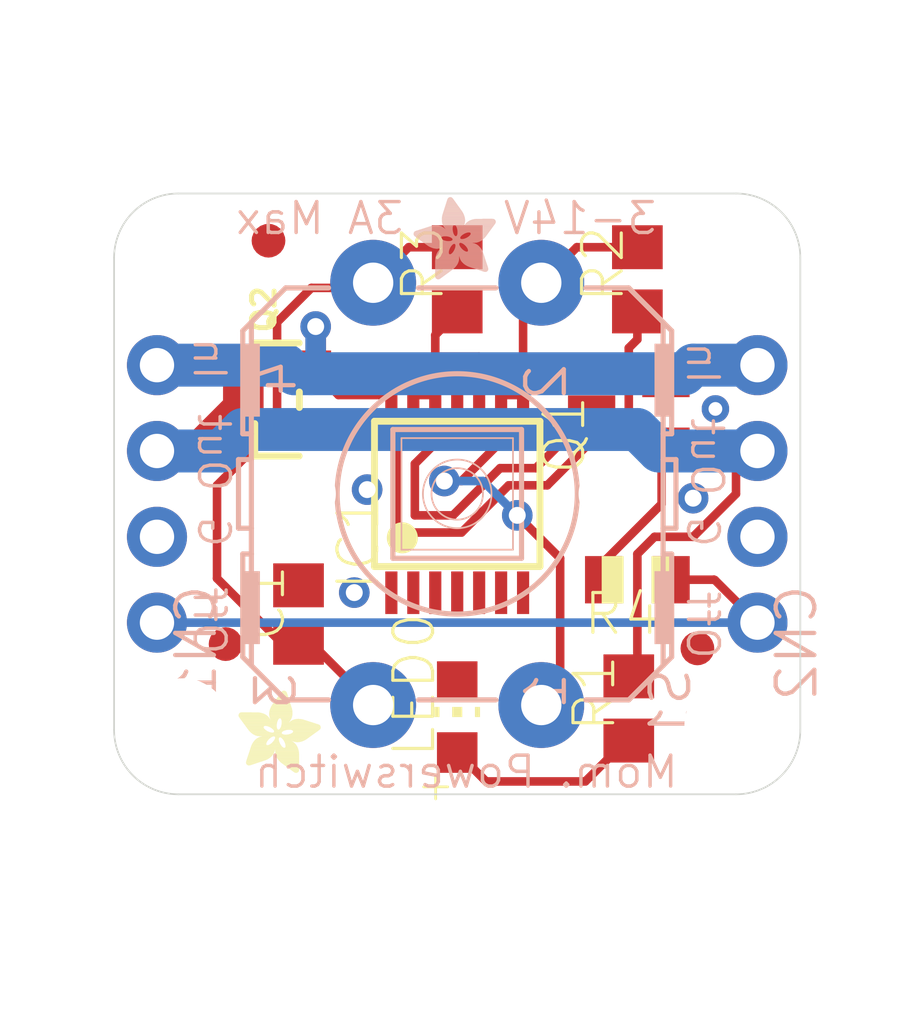
<source format=kicad_pcb>
(kicad_pcb (version 20211014) (generator pcbnew)
  (layers (0 "F.Cu" signal) (31 "B.Cu" signal) (34 "B.Paste" user) (35 "F.Paste" user) (36 "B.SilkS" user "B.Silkscreen") (37 "F.SilkS" user "F.Silkscreen") (38 "B.Mask" user) (39 "F.Mask" user) (44 "Edge.Cuts" user))
  (net 0 "")
  (net 1 "+18V")
  (net 2 "GND")
  (net 3 "N$2")
  (net 4 "N$3")
  (net 5 "GATE")
  (net 6 "N$5")
  (net 7 "N$7")
  (net 8 "N$1")
  (net 9 "KILL")
  (net 10 "OUT")
  (footprint "boardEagle:CHIP-LED0805" (layer "F.Cu") (at 148.5011 111.6076)
    (fp_text reference "LED0" (at -1.27 1.27 90) (layer "F.SilkS") (effects (font (size 1.176528 1.176528) (thickness 0.093472)) (justify left)))
    (fp_text value "RED")
    (fp_text user "+" (at -1.27 2.54) (layer "F.SilkS") (effects (font (size 0.93472 0.93472) (thickness 0.08128)) (justify left bottom)))
    (pad "A" smd rect (at 0 1.05) (size 1.2 1.2) (layers "F.Cu" "F.Paste" "F.Mask") (net 4 "N$3"))
    (pad "C" smd rect (at 0 -1.05) (size 1.2 1.2) (layers "F.Cu" "F.Paste" "F.Mask") (net 2 "GND"))
  )
  (footprint "boardEagle:FIDUCIAL_1MM" (layer "F.Cu") (at 141.6431 109.4486)
    (fp_text reference "FID3" hide)
    (fp_text value "FIDUCIAL\"\"" hide)
    (pad "1" smd roundrect (at 0 0) (size 1 1) (layers "F.Cu" "F.Mask") (roundrect_rratio 0.5))
  )
  (footprint "boardEagle:MC14093B-TSSOP14" (layer "F.Cu") (at 148.5011 105.0036)
    (fp_text reference "IC1" (at -2.925 2.925 90) (layer "F.SilkS") (effects (font (size 1.176528 1.176528) (thickness 0.093472)) (justify left)))
    (fp_text value "4093DT")
    (pad "1" smd rect (at -1.95 2.925) (size 0.36 1.26) (layers "F.Cu" "F.Paste") (net 2 "GND"))
    (pad "2" smd rect (at -1.3 2.925) (size 0.36 1.26) (layers "F.Cu" "F.Paste") (net 2 "GND"))
    (pad "3" smd rect (at -0.65 2.925) (size 0.36 1.26) (layers "F.Cu" "F.Paste"))
    (pad "4" smd rect (at 0 2.925) (size 0.36 1.26) (layers "F.Cu" "F.Paste"))
    (pad "5" smd rect (at 0.65 2.925) (size 0.36 1.26) (layers "F.Cu" "F.Paste") (net 2 "GND"))
    (pad "6" smd rect (at 1.3 2.925) (size 0.36 1.26) (layers "F.Cu" "F.Paste") (net 2 "GND"))
    (pad "7" smd rect (at 1.95 2.925) (size 0.36 1.26) (layers "F.Cu" "F.Paste") (net 2 "GND"))
    (pad "8" smd rect (at 1.95 -2.925 180) (size 0.36 1.26) (layers "F.Cu" "F.Paste") (net 7 "N$7"))
    (pad "9" smd rect (at 1.3 -2.925 180) (size 0.36 1.26) (layers "F.Cu" "F.Paste") (net 7 "N$7"))
    (pad "10" smd rect (at 0.65 -2.925 180) (size 0.36 1.26) (layers "F.Cu" "F.Paste") (net 3 "N$2"))
    (pad "11" smd rect (at 0 -2.925 180) (size 0.36 1.26) (layers "F.Cu" "F.Paste") (net 5 "GATE"))
    (pad "12" smd rect (at -0.65 -2.925 180) (size 0.36 1.26) (layers "F.Cu" "F.Paste") (net 3 "N$2"))
    (pad "13" smd rect (at -1.3 -2.925 180) (size 0.36 1.26) (layers "F.Cu" "F.Paste") (net 3 "N$2"))
    (pad "14" smd rect (at -1.95 -2.925 180) (size 0.36 1.26) (layers "F.Cu" "F.Paste") (net 1 "+18V"))
  )
  (footprint "boardEagle:SOT23-WIDE" (layer "F.Cu") (at 143.1671 102.2096 90)
    (fp_text reference "Q2" (at 1.905 0 90) (layer "F.SilkS") (effects (font (size 0.666496 0.666496) (thickness 0.146304)) (justify left bottom)))
    (fp_text value "POWER PFET")
    (pad "1" smd rect (at -0.95 1 90) (size 1 1.2) (layers "F.Cu" "F.Paste" "F.Mask") (net 5 "GATE"))
    (pad "2" smd rect (at 0.95 1 90) (size 1 1.2) (layers "F.Cu" "F.Paste" "F.Mask") (net 1 "+18V"))
    (pad "3" smd rect (at 0 -1 90) (size 1 1.2) (layers "F.Cu" "F.Paste" "F.Mask") (net 10 "OUT"))
  )
  (footprint "boardEagle:R0805" (layer "F.Cu") (at 153.8351 107.5436 180)
    (fp_text reference "R4" (at -0.762 -1.016) (layer "F.SilkS") (effects (font (size 1.176528 1.176528) (thickness 0.093472)) (justify right)))
    (fp_text value "1K")
    (pad "1" smd rect (at -1 0 180) (size 1.1 1.4) (layers "F.Cu" "F.Paste" "F.Mask") (net 9 "KILL"))
    (pad "2" smd rect (at 1 0 180) (size 1.1 1.4) (layers "F.Cu" "F.Paste" "F.Mask") (net 8 "N$1"))
  )
  (footprint "boardEagle:FIDUCIAL_1MM" (layer "F.Cu") (at 155.6131 109.5756)
    (fp_text reference "FID1" hide)
    (fp_text value "FIDUCIAL\"\"" hide)
    (pad "1" smd roundrect (at 0 0) (size 1 1) (layers "F.Cu" "F.Mask") (roundrect_rratio 0.5))
  )
  (footprint "" (layer "F.Cu") (at 156.6291 98.1456)
    (fp_text reference "@HOLE2" hide)
    (fp_text value "" (at 0 0) (layer "F.SilkS") (effects (font (size 1.27 1.27))))
    (pad "" np_thru_hole circle (at 0 0) (size 2.8 2.8) (drill 2.8) (layers *.Cu *.Mask))
  )
  (footprint "" (layer "F.Cu") (at 140.3731 98.1456)
    (fp_text reference "@HOLE0" hide)
    (fp_text value "" (at 0 0) (layer "F.SilkS") (effects (font (size 1.27 1.27))))
    (pad "" np_thru_hole circle (at 0 0) (size 2.8 2.8) (drill 2.8) (layers *.Cu *.Mask))
  )
  (footprint "boardEagle:R0805" (layer "F.Cu") (at 148.5011 98.6536 90)
    (fp_text reference "R3" (at -0.762 -1.016 90) (layer "F.SilkS") (effects (font (size 1.176528 1.176528) (thickness 0.093472)) (justify left)))
    (fp_text value "100K")
    (pad "1" smd rect (at -0.95 0 90) (size 1.3 1.5) (layers "F.Cu" "F.Paste" "F.Mask") (net 3 "N$2"))
    (pad "2" smd rect (at 0.95 0 90) (size 1.3 1.5) (layers "F.Cu" "F.Paste" "F.Mask") (net 6 "N$5"))
  )
  (footprint "" (layer "F.Cu") (at 156.6291 111.8616)
    (fp_text reference "@HOLE3" hide)
    (fp_text value "" (at 0 0) (layer "F.SilkS") (effects (font (size 1.27 1.27))))
    (pad "" np_thru_hole circle (at 0 0) (size 2.8 2.8) (drill 2.8) (layers *.Cu *.Mask))
  )
  (footprint "boardEagle:R0805" (layer "F.Cu") (at 153.5811 111.3536 90)
    (fp_text reference "R1" (at -0.762 -1.016 90) (layer "F.SilkS") (effects (font (size 1.176528 1.176528) (thickness 0.093472)) (justify left)))
    (fp_text value "1K")
    (pad "1" smd rect (at -0.95 0 90) (size 1.3 1.5) (layers "F.Cu" "F.Paste" "F.Mask") (net 4 "N$3"))
    (pad "2" smd rect (at 0.95 0 90) (size 1.3 1.5) (layers "F.Cu" "F.Paste" "F.Mask") (net 10 "OUT"))
  )
  (footprint "boardEagle:R0805" (layer "F.Cu") (at 153.8351 98.6536 90)
    (fp_text reference "R2" (at -0.762 -1.016 90) (layer "F.SilkS") (effects (font (size 1.176528 1.176528) (thickness 0.093472)) (justify left)))
    (fp_text value "100K")
    (pad "1" smd rect (at -0.95 0 90) (size 1.3 1.5) (layers "F.Cu" "F.Paste" "F.Mask") (net 5 "GATE"))
    (pad "2" smd rect (at 0.95 0 90) (size 1.3 1.5) (layers "F.Cu" "F.Paste" "F.Mask") (net 7 "N$7"))
  )
  (footprint "boardEagle:SOT23-BEC" (layer "F.Cu") (at 153.5811 102.5906 90)
    (fp_text reference "Q1" (at -1.905 -1.905 90) (layer "F.SilkS") (effects (font (size 1.176528 1.176528) (thickness 0.093472)) (justify left)))
    (fp_text value "2N2222")
    (pad "B" smd rect (at -0.95 1.1 90) (size 1 1.4) (layers "F.Cu" "F.Paste" "F.Mask") (net 8 "N$1"))
    (pad "C" smd rect (at 0 -1.1 90) (size 1 1.4) (layers "F.Cu" "F.Paste" "F.Mask") (net 3 "N$2"))
    (pad "E" smd rect (at 0.95 1.1 90) (size 1 1.4) (layers "F.Cu" "F.Paste" "F.Mask") (net 2 "GND"))
  )
  (footprint "boardEagle:FIDUCIAL_1MM" (layer "F.Cu") (at 142.9131 97.5106)
    (fp_text reference "FID2" hide)
    (fp_text value "FIDUCIAL\"\"" hide)
    (pad "1" smd roundrect (at 0 0) (size 1 1) (layers "F.Cu" "F.Mask") (roundrect_rratio 0.5))
  )
  (footprint "" (layer "F.Cu") (at 140.3731 111.8616)
    (fp_text reference "@HOLE1" hide)
    (fp_text value "" (at 0 0) (layer "F.SilkS") (effects (font (size 1.27 1.27))))
    (pad "" np_thru_hole circle (at 0 0) (size 2.8 2.8) (drill 2.8) (layers *.Cu *.Mask))
  )
  (footprint "boardEagle:ADAFRUIT_2.5MM" (layer "F.Cu") (at 142.0241 113.2586)
    (fp_text reference "U$2" hide)
    (fp_text value "" hide)
  )
  (footprint "boardEagle:C0805" (layer "F.Cu") (at 143.8021 108.5596 90)
    (fp_text reference "C1" (at -0.889 -1.016 90) (layer "F.SilkS") (effects (font (size 1.176528 1.176528) (thickness 0.093472)) (justify left)))
    (fp_text value "0.1uF")
    (pad "1" smd rect (at -0.85 0 90) (size 1.3 1.5) (layers "F.Cu" "F.Paste" "F.Mask") (net 6 "N$5"))
    (pad "2" smd rect (at 0.85 0 90) (size 1.3 1.5) (layers "F.Cu" "F.Paste" "F.Mask") (net 2 "GND"))
  )
  (footprint "boardEagle:ADAFRUIT_2.5MM" (layer "B.Cu") (at 149.6441 98.6536 180)
    (fp_text reference "U$1" hide)
    (fp_text value "" hide)
  )
  (footprint "boardEagle:1X04-CLEANBIG" (layer "B.Cu") (at 139.6111 105.0036 90)
    (fp_text reference "CN1" (at -2.6162 1.8288 270) (layer "B.SilkS") (effects (font (size 1.143 1.143) (thickness 0.127)) (justify left bottom mirror)))
    (fp_text value "1X4-CLEANBIG")
    (pad "1" thru_hole circle (at -3.81 0) (size 1.778 1.778) (drill 1.016) (layers *.Cu *.Mask) (net 9 "KILL"))
    (pad "2" thru_hole circle (at -1.27 0) (size 1.778 1.778) (drill 1.016) (layers *.Cu *.Mask) (net 2 "GND"))
    (pad "3" thru_hole circle (at 1.27 0) (size 1.778 1.778) (drill 1.016) (layers *.Cu *.Mask) (net 10 "OUT"))
    (pad "4" thru_hole circle (at 3.81 0) (size 1.778 1.778) (drill 1.016) (layers *.Cu *.Mask) (net 1 "+18V"))
  )
  (footprint "boardEagle:B3F-40XX-ROUND" (layer "B.Cu") (at 148.5011 105.0036 90)
    (fp_text reference "S1" (at -5.08 6.985 270) (layer "B.SilkS") (effects (font (size 1.143 1.143) (thickness 0.127)) (justify left bottom mirror)))
    (fp_text value "")
    (fp_text user "2" (at 3.937 3.302 270) (layer "B.SilkS") (effects (font (size 1.143 1.143) (thickness 0.127)) (justify left bottom mirror)))
    (fp_text user "4" (at 4.064 -4.699 270) (layer "B.SilkS") (effects (font (size 1.143 1.143) (thickness 0.127)) (justify left bottom mirror)))
    (fp_text user "1" (at -5.207 3.302 270) (layer "B.SilkS") (effects (font (size 1.143 1.143) (thickness 0.127)) (justify left bottom mirror)))
    (fp_text user "3" (at -5.207 -4.699 270) (layer "B.SilkS") (effects (font (size 1.143 1.143) (thickness 0.127)) (justify left bottom mirror)))
    (pad "" np_thru_hole circle (at 0 4.4958 90) (size 1.8034 1.8034) (drill 1.8034) (layers *.Cu *.Mask))
    (pad "" np_thru_hole circle (at 0 -4.4958 90) (size 1.8034 1.8034) (drill 1.8034) (layers *.Cu *.Mask))
    (pad "1" thru_hole circle (at -6.2484 2.4892 90) (size 2.54 2.54) (drill 1.1938) (layers *.Cu *.Mask) (net 7 "N$7"))
    (pad "2" thru_hole circle (at 6.2484 2.4892 90) (size 2.54 2.54) (drill 1.1938) (layers *.Cu *.Mask) (net 7 "N$7"))
    (pad "3" thru_hole circle (at -6.2484 -2.4892 90) (size 2.54 2.54) (drill 1.1938) (layers *.Cu *.Mask) (net 6 "N$5"))
    (pad "4" thru_hole circle (at 6.2484 -2.4892 90) (size 2.54 2.54) (drill 1.1938) (layers *.Cu *.Mask) (net 6 "N$5"))
  )
  (footprint "boardEagle:1X04-CLEANBIG" (layer "B.Cu") (at 157.3911 105.0036 90)
    (fp_text reference "CN2" (at -2.6162 1.8288 270) (layer "B.SilkS") (effects (font (size 1.143 1.143) (thickness 0.127)) (justify left bottom mirror)))
    (fp_text value "1X4-CLEANBIG")
    (pad "1" thru_hole circle (at -3.81 0) (size 1.778 1.778) (drill 1.016) (layers *.Cu *.Mask) (net 9 "KILL"))
    (pad "2" thru_hole circle (at -1.27 0) (size 1.778 1.778) (drill 1.016) (layers *.Cu *.Mask) (net 2 "GND"))
    (pad "3" thru_hole circle (at 1.27 0) (size 1.778 1.778) (drill 1.016) (layers *.Cu *.Mask) (net 10 "OUT"))
    (pad "4" thru_hole circle (at 3.81 0) (size 1.778 1.778) (drill 1.016) (layers *.Cu *.Mask) (net 1 "+18V"))
  )
  (gr_line (start 158.6611 98.0186) (end 158.6611 111.9886) (layer "Edge.Cuts") (width 0.05))
  (gr_line (start 140.2461 96.1136) (end 156.7561 96.1136) (layer "Edge.Cuts") (width 0.05))
  (gr_arc (start 156.7561 96.1136) (mid 158.103138 96.671562) (end 158.6611 98.0186) (layer "Edge.Cuts") (width 0.05))
  (gr_arc (start 138.3411 98.0186) (mid 138.899062 96.671562) (end 140.2461 96.1136) (layer "Edge.Cuts") (width 0.05))
  (gr_line (start 138.3411 111.9886) (end 138.3411 98.0186) (layer "Edge.Cuts") (width 0.05))
  (gr_arc (start 140.2461 113.8936) (mid 138.899062 113.335638) (end 138.3411 111.9886) (layer "Edge.Cuts") (width 0.05))
  (gr_arc (start 158.6611 111.9886) (mid 158.103138 113.335638) (end 156.7561 113.8936) (layer "Edge.Cuts") (width 0.05))
  (gr_line (start 156.7561 113.8936) (end 140.2461 113.8936) (layer "Edge.Cuts") (width 0.05))
  (gr_text "In" (at 155.2321 101.8286 -90) (layer "B.SilkS") (effects (font (size 0.9144 0.9144) (thickness 0.1016)) (justify left bottom mirror)))
  (gr_text "3A Max" (at 146.9771 97.3836) (layer "B.SilkS") (effects (font (size 0.9144 0.9144) (thickness 0.1016)) (justify left bottom mirror)))
  (gr_text "Off" (at 140.6271 109.8296 -90) (layer "B.SilkS") (effects (font (size 0.9144 0.9144) (thickness 0.1016)) (justify left bottom mirror)))
  (gr_text "Off" (at 155.2321 109.9566 -90) (layer "B.SilkS") (effects (font (size 0.9144 0.9144) (thickness 0.1016)) (justify left bottom mirror)))
  (gr_text "G" (at 140.7541 106.6546 -90) (layer "B.SilkS") (effects (font (size 0.9144 0.9144) (thickness 0.1016)) (justify left bottom mirror)))
  (gr_text "3-14V" (at 154.4701 97.3836) (layer "B.SilkS") (effects (font (size 0.9144 0.9144) (thickness 0.1016)) (justify left bottom mirror)))
  (gr_text "Out" (at 140.7541 105.0036 -90) (layer "B.SilkS") (effects (font (size 0.9144 0.9144) (thickness 0.1016)) (justify left bottom mirror)))
  (gr_text "G" (at 155.2321 106.6546 -90) (layer "B.SilkS") (effects (font (size 0.9144 0.9144) (thickness 0.1016)) (justify left bottom mirror)))
  (gr_text "In" (at 140.6271 101.7016 -90) (layer "B.SilkS") (effects (font (size 0.9144 0.9144) (thickness 0.1016)) (justify left bottom mirror)))
  (gr_text "Mom. Powerswitch" (at 155.1051 113.7666) (layer "B.SilkS") (effects (font (size 0.9144 0.9144) (thickness 0.1016)) (justify left bottom mirror)))
  (gr_text "Out" (at 155.3591 105.1306 -90) (layer "B.SilkS") (effects (font (size 0.9144 0.9144) (thickness 0.1016)) (justify left bottom mirror)))
  (segment (start 144.2281 101.3206) (end 144.1671 101.2596) (width 0.254) (layer "F.Cu") (net 1))
  (segment (start 144.3101 101.3206) (end 144.2281 101.3206) (width 0.254) (layer "F.Cu") (net 1))
  (segment (start 144.3101 101.3206) (end 144.3101 100.0506) (width 0.6096) (layer "F.Cu") (net 1))
  (segment (start 144.9861 102.0786) (end 144.1671 101.2596) (width 0.254) (layer "F.Cu") (net 1))
  (segment (start 146.5511 102.0786) (end 144.9861 102.0786) (width 0.254) (layer "F.Cu") (net 1))
  (via (at 144.3101 100.0506) (size 0.9064) (drill 0.5) (layers "F.Cu" "B.Cu") (net 1))
  (segment (start 144.3101 100.0506) (end 144.3101 101.4476) (width 0.6096) (layer "B.Cu") (net 1))
  (segment (start 144.1831 101.4476) (end 143.6751 101.4476) (width 1.27) (layer "B.Cu") (net 1))
  (segment (start 155.2321 101.4476) (end 144.1831 101.4476) (width 1.27) (layer "B.Cu") (net 1))
  (segment (start 143.6751 101.4476) (end 143.4211 101.1936) (width 1.27) (layer "B.Cu") (net 1))
  (segment (start 143.4211 101.1936) (end 139.6111 101.1936) (width 1.27) (layer "B.Cu") (net 1))
  (segment (start 144.3101 101.4476) (end 144.1831 101.4476) (width 0.6096) (layer "B.Cu") (net 1))
  (segment (start 155.4861 101.1936) (end 155.2321 101.4476) (width 1.27) (layer "B.Cu") (net 1))
  (segment (start 157.3911 101.1936) (end 155.4861 101.1936) (width 1.27) (layer "B.Cu") (net 1))
  (via (at 145.4531 107.9246) (size 0.9064) (drill 0.5) (layers "F.Cu" "B.Cu") (net 2))
  (via (at 145.8341 104.8766) (size 0.9064) (drill 0.5) (layers "F.Cu" "B.Cu") (net 2))
  (via (at 155.4861 105.1306) (size 0.9064) (drill 0.5) (layers "F.Cu" "B.Cu") (net 2))
  (via (at 156.1465 102.489) (size 0.8128) (drill 0.4064) (layers "F.Cu" "B.Cu") (net 2))
  (segment (start 149.1511 102.0786) (end 149.1511 100.9396) (width 0.254) (layer "F.Cu") (net 3))
  (segment (start 148.5011 99.6536) (end 148.5011 99.6036) (width 0.254) (layer "F.Cu") (net 3))
  (segment (start 147.8511 100.3036) (end 148.5011 99.6536) (width 0.254) (layer "F.Cu") (net 3))
  (segment (start 147.8511 102.0786) (end 147.2011 102.0786) (width 0.254) (layer "F.Cu") (net 3))
  (segment (start 150.8301 104.2416) (end 149.7711 104.2416) (width 0.254) (layer "F.Cu") (net 3))
  (segment (start 148.3741 105.6386) (end 147.2461 105.6386) (width 0.254) (layer "F.Cu") (net 3))
  (segment (start 148.7551 103.6066) (end 149.1361 103.2256) (width 0.254) (layer "F.Cu") (net 3))
  (segment (start 147.2461 104.1146) (end 147.7541 103.6066) (width 0.254) (layer "F.Cu") (net 3))
  (segment (start 147.8511 100.9396) (end 147.8511 102.0786) (width 0.254) (layer "F.Cu") (net 3))
  (segment (start 149.1361 103.2256) (end 149.1361 102.5906) (width 0.254) (layer "F.Cu") (net 3))
  (segment (start 152.4811 102.5906) (end 150.8301 104.2416) (width 0.254) (layer "F.Cu") (net 3))
  (segment (start 147.7541 103.6066) (end 148.7551 103.6066) (width 0.254) (layer "F.Cu") (net 3))
  (segment (start 149.7711 104.2416) (end 148.3741 105.6386) (width 0.254) (layer "F.Cu") (net 3))
  (segment (start 149.1361 102.5906) (end 149.1511 102.5756) (width 0.254) (layer "F.Cu") (net 3))
  (segment (start 149.1511 102.5756) (end 149.1511 102.0786) (width 0.254) (layer "F.Cu") (net 3))
  (segment (start 147.8511 100.3036) (end 147.8511 100.9396) (width 0.254) (layer "F.Cu") (net 3))
  (segment (start 149.1511 100.9396) (end 147.8511 100.9396) (width 0.254) (layer "F.Cu") (net 3))
  (segment (start 147.2461 105.6386) (end 147.2461 104.1146) (width 0.254) (layer "F.Cu") (net 3))
  (segment (start 152.2951 113.5126) (end 149.3561 113.5126) (width 0.254) (layer "F.Cu") (net 4))
  (segment (start 149.3561 113.5126) (end 148.5011 112.6576) (width 0.254) (layer "F.Cu") (net 4))
  (segment (start 153.5041 112.3036) (end 153.5811 112.3036) (width 0.254) (layer "F.Cu") (net 4))
  (segment (start 152.2951 113.5126) (end 153.5041 112.3036) (width 0.254) (layer "F.Cu") (net 4))
  (segment (start 153.5811 100.6856) (end 153.8351 100.4316) (width 0.254) (layer "F.Cu") (net 5))
  (segment (start 153.8351 100.4316) (end 153.8351 99.6036) (width 0.254) (layer "F.Cu") (net 5))
  (segment (start 153.3271 103.6066) (end 153.5811 103.3526) (width 0.254) (layer "F.Cu") (net 5))
  (segment (start 144.2281 103.0986) (end 144.1671 103.1596) (width 0.254) (layer "F.Cu") (net 5))
  (segment (start 153.5811 103.3526) (end 153.5811 100.6856) (width 0.254) (layer "F.Cu") (net 5))
  (segment (start 148.5011 102.8446) (end 148.2471 103.0986) (width 0.254) (layer "F.Cu") (net 5))
  (segment (start 150.0251 104.7496) (end 148.6281 106.1466) (width 0.254) (layer "F.Cu") (net 5))
  (segment (start 153.3271 103.6066) (end 152.3111 103.6066) (width 0.254) (layer "F.Cu") (net 5))
  (segment (start 146.7231 103.0986) (end 148.2471 103.0986) (width 0.254) (layer "F.Cu") (net 5))
  (segment (start 148.5011 102.0786) (end 148.5011 102.8446) (width 0.254) (layer "F.Cu") (net 5))
  (segment (start 151.1681 104.7496) (end 150.0251 104.7496) (width 0.254) (layer "F.Cu") (net 5))
  (segment (start 152.3111 103.6066) (end 151.1681 104.7496) (width 0.254) (layer "F.Cu") (net 5))
  (segment (start 148.6281 106.1466) (end 146.7231 106.1466) (width 0.254) (layer "F.Cu") (net 5))
  (segment (start 146.7231 106.1466) (end 146.7231 103.0986) (width 0.254) (layer "F.Cu") (net 5))
  (segment (start 146.7231 103.0986) (end 144.2281 103.0986) (width 0.254) (layer "F.Cu") (net 5))
  (segment (start 146.0119 111.252) (end 144.1695 109.4096) (width 0.254) (layer "F.Cu") (net 6))
  (segment (start 147.0635 97.7036) (end 148.5011 97.7036) (width 0.254) (layer "F.Cu") (net 6))
  (segment (start 145.8595 98.9076) (end 146.0119 98.7552) (width 0.254) (layer "F.Cu") (net 6))
  (segment (start 143.1671 102.9716) (end 143.1671 99.9236) (width 0.254) (layer "F.Cu") (net 6))
  (segment (start 143.3331 109.4486) (end 143.707946 109.4486) (width 0.254) (layer "F.Cu") (net 6))
  (segment (start 143.3331 109.4486) (end 141.3891 107.5046) (width 0.254) (layer "F.Cu") (net 6))
  (segment (start 141.3891 104.7496) (end 143.1671 102.9716) (width 0.254) (layer "F.Cu") (net 6))
  (segment (start 143.707946 109.4486) (end 143.707946 109.4486) (width 0.254) (layer "F.Cu") (net 6))
  (segment (start 141.3891 107.5046) (end 141.3891 104.7496) (width 0.254) (layer "F.Cu") (net 6))
  (segment (start 143.707946 109.4486) (end 143.8021 109.4096) (width 0.254) (layer "F.Cu") (net 6))
  (segment (start 146.0119 98.7552) (end 147.0635 97.7036) (width 0.254) (layer "F.Cu") (net 6))
  (segment (start 144.1695 109.4096) (end 143.8021 109.4096) (width 0.254) (layer "F.Cu") (net 6))
  (segment (start 143.1671 99.9236) (end 144.1831 98.9076) (width 0.254) (layer "F.Cu") (net 6))
  (segment (start 144.1831 98.9076) (end 145.8595 98.9076) (width 0.254) (layer "F.Cu") (net 6))
  (segment (start 150.9903 98.7552) (end 152.0419 97.7036) (width 0.254) (layer "F.Cu") (net 7))
  (segment (start 149.8011 102.0786) (end 150.4511 102.0786) (width 0.254) (layer "F.Cu") (net 7))
  (segment (start 150.9903 111.252) (end 151.5491 110.6932) (width 0.254) (layer "F.Cu") (net 7))
  (segment (start 152.0419 97.7036) (end 153.8351 97.7036) (width 0.254) (layer "F.Cu") (net 7))
  (segment (start 148.6281 104.6226) (end 148.1201 104.6226) (width 0.254) (layer "F.Cu") (net 7))
  (segment (start 150.4511 102.7996) (end 148.6281 104.6226) (width 0.254) (layer "F.Cu") (net 7))
  (segment (start 150.9903 98.7552) (end 150.4511 99.2944) (width 0.254) (layer "F.Cu") (net 7))
  (segment (start 151.5491 106.9086) (end 150.2791 105.6386) (width 0.254) (layer "F.Cu") (net 7))
  (segment (start 151.5491 110.6932) (end 151.5491 106.9086) (width 0.254) (layer "F.Cu") (net 7))
  (segment (start 150.4511 102.7996) (end 150.4511 102.0786) (width 0.254) (layer "F.Cu") (net 7))
  (segment (start 150.4511 99.2944) (end 150.4511 102.0786) (width 0.254) (layer "F.Cu") (net 7))
  (via (at 148.1201 104.6226) (size 0.9064) (drill 0.5) (layers "F.Cu" "B.Cu") (net 7))
  (via (at 150.2791 105.6386) (size 0.9064) (drill 0.5) (layers "F.Cu" "B.Cu") (net 7))
  (segment (start 148.1201 104.6226) (end 149.2631 104.6226) (width 0.254) (layer "B.Cu") (net 7))
  (segment (start 150.2791 105.6386) (end 149.2631 104.6226) (width 0.254) (layer "B.Cu") (net 7))
  (segment (start 154.5541 103.5406) (end 154.6811 103.5406) (width 0.254) (layer "F.Cu") (net 8))
  (segment (start 152.8351 107.5436) (end 152.8351 107.0196) (width 0.254) (layer "F.Cu") (net 8))
  (segment (start 152.8351 107.0196) (end 154.5541 105.3006) (width 0.254) (layer "F.Cu") (net 8))
  (segment (start 154.5541 105.3006) (end 154.5541 103.5406) (width 0.254) (layer "F.Cu") (net 8))
  (segment (start 156.132412 107.554913) (end 157.3911 108.8136) (width 0.254) (layer "F.Cu") (net 9))
  (segment (start 156.1051 107.5436) (end 156.105099 107.5436) (width 0.254) (layer "F.Cu") (net 9))
  (segment (start 156.105099 107.5436) (end 156.132412 107.554913) (width 0.254) (layer "F.Cu") (net 9))
  (segment (start 156.1051 107.5436) (end 154.8351 107.5436) (width 0.254) (layer "F.Cu") (net 9))
  (segment (start 157.3911 108.8136) (end 139.6111 108.8136) (width 0.254) (layer "B.Cu") (net 9))
  (segment (start 153.5811 110.3536) (end 153.5811 110.4036) (width 0.254) (layer "F.Cu") (net 10))
  (segment (start 142.1671 102.2096) (end 140.6431 103.7336) (width 0.8128) (layer "F.Cu") (net 10))
  (segment (start 155.4861 106.2736) (end 156.7561 105.0036) (width 0.254) (layer "F.Cu") (net 10))
  (segment (start 156.7561 104.3686) (end 157.3911 103.7336) (width 0.254) (layer "F.Cu") (net 10))
  (segment (start 156.7561 105.0036) (end 156.7561 104.3686) (width 0.254) (layer "F.Cu") (net 10))
  (segment (start 154.3431 106.2736) (end 155.4861 106.2736) (width 0.254) (layer "F.Cu") (net 10))
  (segment (start 140.6431 103.7336) (end 139.6111 103.7336) (width 0.8128) (layer "F.Cu") (net 10))
  (segment (start 153.8351 106.7816) (end 154.3431 106.2736) (width 0.254) (layer "F.Cu") (net 10))
  (segment (start 153.8351 110.0996) (end 153.5811 110.3536) (width 0.254) (layer "F.Cu") (net 10))
  (segment (start 153.8351 110.0996) (end 153.8351 106.7816) (width 0.254) (layer "F.Cu") (net 10))
  (segment (start 140.6525 103.7336) (end 140.6431 103.7336) (width 0.8128) (layer "F.Cu") (net 10))
  (segment (start 153.8351 103.0986) (end 142.1511 103.0986) (width 1.27) (layer "B.Cu") (net 10))
  (segment (start 154.4701 103.7336) (end 157.3911 103.7336) (width 1.27) (layer "B.Cu") (net 10))
  (segment (start 141.5161 103.7336) (end 139.6111 103.7336) (width 1.27) (layer "B.Cu") (net 10))
  (segment (start 153.8351 103.0986) (end 154.4701 103.7336) (width 1.27) (layer "B.Cu") (net 10))
  (segment (start 142.1511 103.0986) (end 141.5161 103.7336) (width 1.27) (layer "B.Cu") (net 10))
  (segment (start 140.1191 103.7336) (end 139.6111 103.7336) (width 0.8128) (layer "B.Cu") (net 10))
)
</source>
